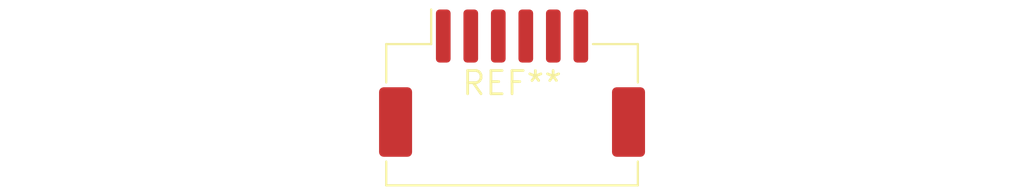
<source format=kicad_pcb>
(kicad_pcb (version 20240108) (generator pcbnew)
  (layers (0 "F.Cu" signal) (31 "B.Cu" signal) (34 "B.Paste" user) (35 "F.Paste" user) (36 "B.SilkS" user "B.Silkscreen") (37 "F.SilkS" user "F.Silkscreen") (38 "B.Mask" user) (39 "F.Mask" user) (44 "Edge.Cuts" user))
  (net 0 "")
  (footprint "JST_ZE_SM06B-ZESS-TB_1x06-1MP_P1.50mm_Horizontal" (layer "F.Cu") (at 0 0)
    (property "Reference" "REF**")
    (property "Value" "JST_ZE_SM06B-ZESS-TB_1x06-1MP_P1.50mm_Horizontal")
    (fp_line (start -6.86 -2.135) (end -4.41 -2.135) (layer "F.SilkS") (stroke (width 0.12)))
    (fp_line (start -6.86 -0.035) (end -6.86 -2.135) (layer "F.SilkS") (stroke (width 0.12)))
    (fp_line (start -6.86 4.285) (end -6.86 5.585) (layer "F.SilkS") (stroke (width 0.12)))
    (fp_line (start -6.86 5.585) (end 6.86 5.585) (layer "F.SilkS") (stroke (width 0.12)))
    (fp_line (start -4.41 -2.135) (end -4.41 -4.025) (layer "F.SilkS") (stroke (width 0.12)))
    (fp_line (start 6.86 -2.135) (end 4.41 -2.135) (layer "F.SilkS") (stroke (width 0.12)))
    (fp_line (start 6.86 -0.035) (end 6.86 -2.135) (layer "F.SilkS") (stroke (width 0.12)))
    (fp_line (start 6.86 5.585) (end 6.86 4.285) (layer "F.SilkS") (stroke (width 0.12)))
    (pad "1" smd roundrect (at -3.75 -2.575) (size 0.8 2.9) (layers "F.Cu" "F.Paste" "F.Mask"))
    (pad "2" smd roundrect (at -2.25 -2.575) (size 0.8 2.9) (layers "F.Cu" "F.Paste" "F.Mask"))
    (pad "3" smd roundrect (at -0.75 -2.575) (size 0.8 2.9) (layers "F.Cu" "F.Paste" "F.Mask"))
    (pad "4" smd roundrect (at 0.75 -2.575) (size 0.8 2.9) (layers "F.Cu" "F.Paste" "F.Mask"))
    (pad "5" smd roundrect (at 2.25 -2.575) (size 0.8 2.9) (layers "F.Cu" "F.Paste" "F.Mask"))
    (pad "6" smd roundrect (at 3.75 -2.575) (size 0.8 2.9) (layers "F.Cu" "F.Paste" "F.Mask"))
    (pad "MP" smd roundrect (at -6.35 2.125) (size 1.8 3.8) (layers "F.Cu" "F.Paste" "F.Mask") (roundrect_rratio 0.138889))
    (pad "MP" smd roundrect (at 6.35 2.125) (size 1.8 3.8) (layers "F.Cu" "F.Paste" "F.Mask") (roundrect_rratio 0.138889))
  )
)
</source>
